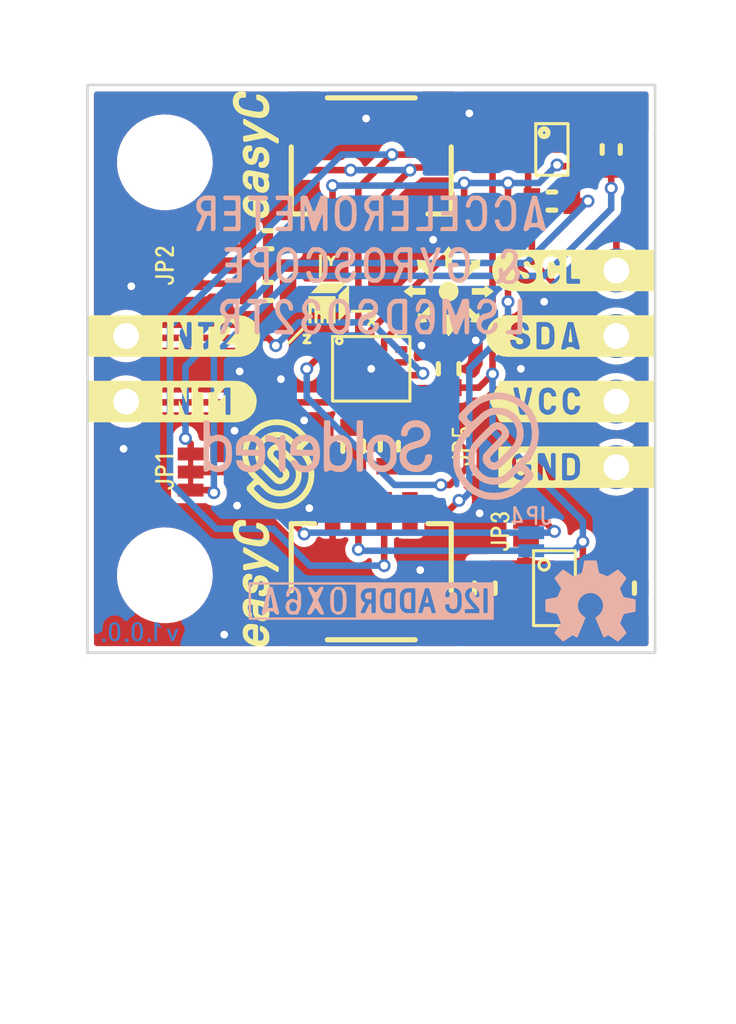
<source format=kicad_pcb>
(kicad_pcb (version 20210126) (generator pcbnew)
  (layers (0 "F.Cu" signal) (31 "B.Cu" signal) (34 "B.Paste" user) (35 "F.Paste" user) (36 "B.SilkS" user "B.Silkscreen") (37 "F.SilkS" user "F.Silkscreen") (38 "B.Mask" user) (39 "F.Mask" user) (44 "Edge.Cuts" user))
  (net 0 "")
  (net 1 "3V3")
  (net 2 "GND")
  (net 3 "Net-(C3-Pad2)")
  (net 4 "SDA_PULL5")
  (net 5 "5V")
  (net 6 "SCL_PULL5")
  (net 7 "SDA_PULL3,3")
  (net 8 "SCL_PULL3,3")
  (net 9 "SA0")
  (net 10 "SDA3,3")
  (net 11 "SCL3,3")
  (net 12 "SCL5")
  (net 13 "SDA5")
  (net 14 "INT1")
  (net 15 "INT2")
  (net 19 "Net-(JP5-Pad1)")
  (footprint "e-radionica.com footprinti:easyC-connector" (layer "F.Cu") (at 101 126.7 180)
    (fp_text reference "K1")
    (fp_text value "easyC-SMD")
    (pad "1" smd rect (at -1.5 2.15 180) (size 0.6 1.55) (layers "F.Cu" "F.Paste" "F.Mask") (net 11 "SCL3,3"))
    (pad "2" smd rect (at -0.5 2.15 180) (size 0.6 1.55) (layers "F.Cu" "F.Paste" "F.Mask") (net 10 "SDA3,3"))
    (pad "3" smd rect (at 0.5 2.15 180) (size 0.6 1.55) (layers "F.Cu" "F.Paste" "F.Mask") (net 1 "3V3"))
    (pad "4" smd rect (at 1.5 2.15 180) (size 0.6 1.55) (layers "F.Cu" "F.Paste" "F.Mask") (net 2 "GND"))
    (pad "5" smd rect (at 2.6 -2.15 180) (size 1.2 1.8) (layers "F.Cu" "F.Paste" "F.Mask") (net 2 "GND"))
    (pad "5" smd rect (at -2.6 -2.15 180) (size 1.2 1.8) (layers "F.Cu" "F.Paste" "F.Mask") (net 2 "GND"))
  )
  (footprint "e-radionica.com footprinti:SMD_JUMPER_3_PAD_TRACE" (layer "F.Cu") (at 94 123 90)
    (fp_text reference "JP1")
    (fp_text value "SMD_JUMPER_3_PAD_TRACE")
    (fp_poly (pts (xy -0.25 0.05) (xy -0.45 0.05) (xy -0.45 -0.05) (xy -0.25 -0.05)) (layer "F.Cu") (width 0.1) (fill solid))
    (fp_poly (pts (xy 0.45 0.05) (xy 0.25 0.05) (xy 0.25 -0.05) (xy 0.45 -0.05)) (layer "F.Cu") (width 0.1) (fill solid))
    (pad "1" smd rect (at -0.7 0 270) (size 0.5 1) (layers "F.Cu" "F.Mask") (net 6 "SCL_PULL5"))
    (pad "2" smd custom (at 0 0 270) (size 0.5 1) (layers "F.Cu" "F.Mask") (net 5 "5V") (options (clearance outline) (anchor rect)) (primitives))
    (pad "3" smd rect (at 0.7 0 270) (size 0.5 1) (layers "F.Cu" "F.Mask") (net 4 "SDA_PULL5"))
  )
  (footprint "Soldered Graphics:Logo-Front-easyC-5mm" (layer "F.Cu") (at 96.5 127.3 90)
    (fp_text reference "G***" hide)
    (fp_text value "LOGO" hide)
  )
  (footprint "e-radionica.com footprinti:HEADER_MALE_2X1" (layer "F.Cu") (at 91.5 119 -90)
    (fp_text reference "K4")
    (fp_text value "HEADER_MALE_2X1")
    (pad "1" thru_hole circle (at -1.27 0 270) (size 1.524 1.524) (drill 1) (layers *.Cu *.Mask) (net 15 "INT2"))
    (pad "2" thru_hole circle (at 1.27 0 270) (size 1.524 1.524) (drill 1) (layers *.Cu *.Mask) (net 14 "INT1"))
  )
  (footprint "e-radionica.com footprinti:LSM6DSO32TR" (layer "F.Cu") (at 101 119)
    (fp_text reference "U2")
    (fp_text value "LSM6DSO32TR")
    (pad "1" smd rect (at -1.1625 -0.75) (size 0.475 0.25) (layers "F.Cu" "F.Paste" "F.Mask") (net 9 "SA0"))
    (pad "2" smd rect (at -1.1625 -0.25) (size 0.475 0.25) (layers "F.Cu" "F.Paste" "F.Mask") (net 2 "GND"))
    (pad "3" smd rect (at -1.1625 0.25) (size 0.475 0.25) (layers "F.Cu" "F.Paste" "F.Mask") (net 2 "GND"))
    (pad "4" smd rect (at -1.1625 0.75) (size 0.475 0.25) (layers "F.Cu" "F.Paste" "F.Mask") (net 14 "INT1"))
    (pad "5" smd rect (at -0.5 0.9125 90) (size 0.475 0.25) (layers "F.Cu" "F.Paste" "F.Mask") (net 1 "3V3"))
    (pad "6" smd rect (at 0 0.9125 90) (size 0.475 0.25) (layers "F.Cu" "F.Paste" "F.Mask") (net 2 "GND"))
    (pad "7" smd rect (at 0.5 0.9125 90) (size 0.475 0.25) (layers "F.Cu" "F.Paste" "F.Mask") (net 2 "GND"))
    (pad "8" smd rect (at 1.1625 0.75 180) (size 0.475 0.25) (layers "F.Cu" "F.Paste" "F.Mask") (net 1 "3V3"))
    (pad "9" smd rect (at 1.1625 0.25 180) (size 0.475 0.25) (layers "F.Cu" "F.Paste" "F.Mask") (net 15 "INT2"))
    (pad "10" smd rect (at 1.1625 -0.25 180) (size 0.475 0.25) (layers "F.Cu" "F.Paste" "F.Mask"))
    (pad "11" smd rect (at 1.1625 -0.75 180) (size 0.475 0.25) (layers "F.Cu" "F.Paste" "F.Mask"))
    (pad "12" smd rect (at 0.5 -0.9125 270) (size 0.475 0.25) (layers "F.Cu" "F.Paste" "F.Mask") (net 1 "3V3"))
    (pad "13" smd rect (at 0 -0.9125 270) (size 0.475 0.25) (layers "F.Cu" "F.Paste" "F.Mask") (net 11 "SCL3,3"))
    (pad "14" smd rect (at -0.5 -0.9125 270) (size 0.475 0.25) (layers "F.Cu" "F.Paste" "F.Mask") (net 10 "SDA3,3"))
  )
  (footprint "e-radionica.com footprinti:FIDUCIAL_1MM_PASTE" (layer "F.Cu") (at 100 128)
    (fp_text reference "FD1")
    (fp_text value "Fiducial_Stencil")
    (pad "1" smd circle (at 0 0) (size 1 1) (property pad_prop_fiducial_glob) (layers "F.Cu" "F.Paste" "F.Mask"))
  )
  (footprint "e-radionica.com footprinti:easyC-connector" (layer "F.Cu") (at 101 111.3)
    (fp_text reference "K3")
    (fp_text value "easyC-SMD")
    (pad "1" smd rect (at -1.5 2.15) (size 0.6 1.55) (layers "F.Cu" "F.Paste" "F.Mask") (net 11 "SCL3,3"))
    (pad "2" smd rect (at -0.5 2.15) (size 0.6 1.55) (layers "F.Cu" "F.Paste" "F.Mask") (net 10 "SDA3,3"))
    (pad "3" smd rect (at 0.5 2.15) (size 0.6 1.55) (layers "F.Cu" "F.Paste" "F.Mask") (net 1 "3V3"))
    (pad "4" smd rect (at 1.5 2.15) (size 0.6 1.55) (layers "F.Cu" "F.Paste" "F.Mask") (net 2 "GND"))
    (pad "5" smd rect (at -2.6 -2.15) (size 1.2 1.8) (layers "F.Cu" "F.Paste" "F.Mask") (net 2 "GND"))
    (pad "5" smd rect (at 2.6 -2.15) (size 1.2 1.8) (layers "F.Cu" "F.Paste" "F.Mask") (net 2 "GND"))
  )
  (footprint "Soldered Graphics:Logo-Front-easyC-5mm" (layer "F.Cu") (at 96.5 110.7 90)
    (fp_text reference "G***" hide)
    (fp_text value "LOGO" hide)
  )
  (footprint "Soldered Graphics:Logo-Back-SolderedFULL-13mm" (layer "F.Cu") (at 101 122)
    (fp_text reference "REF**" hide)
    (fp_text value "Logo-Front-SolderedFULL-13mm" hide)
  )
  (footprint "buzzardLabel" (layer "F.Cu") (at 93 123 90)
    (fp_text reference "" (at 0 0 90) (layer "F.SilkS") (effects (font (size 1.27 1.27))))
    (fp_text value "" (at 0 0 90) (layer "F.SilkS") (effects (font (size 1.27 1.27))))
  )
  (footprint "e-radionica.com footprinti:0603R" (layer "F.Cu") (at 108 112.5 180)
    (fp_text reference "R2")
    (fp_text value "10k")
    (pad "1" smd rect (at -0.775 0 270) (size 1 0.64) (layers "F.Cu" "F.Paste" "F.Mask") (net 4 "SDA_PULL5"))
    (pad "2" smd rect (at 0.775 0 270) (size 1 0.64) (layers "F.Cu" "F.Paste" "F.Mask") (net 13 "SDA5"))
  )
  (footprint "buzzardLabel" (layer "F.Cu") (at 93 115 90)
    (fp_text reference "" (at 0 0 90) (layer "F.SilkS") (effects (font (size 1.27 1.27))))
    (fp_text value "" (at 0 0 90) (layer "F.SilkS") (effects (font (size 1.27 1.27))))
  )
  (footprint "buzzardLabel" (layer "F.Cu") (at 112.4 120.27)
    (fp_text reference "" (at 0 0) (layer "F.SilkS") (effects (font (size 1.27 1.27))))
    (fp_text value "" (at 0 0) (layer "F.SilkS") (effects (font (size 1.27 1.27))))
  )
  (footprint "e-radionica.com footprinti:0603C" (layer "F.Cu") (at 110.8 127.5 90)
    (fp_text reference "C4")
    (fp_text value "2.2uF")
    (pad "1" smd rect (at -0.73 0 90) (size 0.66 1) (layers "F.Cu" "F.Paste" "F.Mask") (net 2 "GND"))
    (pad "2" smd rect (at 0.73 0 90) (size 0.66 1) (layers "F.Cu" "F.Paste" "F.Mask") (net 1 "3V3"))
  )
  (footprint "e-radionica.com footprinti:HOLE_3.2mm" (layer "F.Cu") (at 93 111)
    (fp_text reference "H1" hide)
    (fp_text value "HOLE_3.2mm" hide)
    (pad "" np_thru_hole circle (at 0 0) (size 3.2 3.2) (drill 3.2) (layers F&B.Cu *.Mask))
  )
  (footprint "buzzardLabel" (layer "F.Cu") (at 112.4 115.19)
    (fp_text reference "" (at 0 0) (layer "F.SilkS") (effects (font (size 1.27 1.27))))
    (fp_text value "" (at 0 0) (layer "F.SilkS") (effects (font (size 1.27 1.27))))
  )
  (footprint "e-radionica.com footprinti:0603C" (layer "F.Cu") (at 105.4 127.5 90)
    (fp_text reference "C3")
    (fp_text value "2.2uF")
    (pad "1" smd rect (at -0.73 0 90) (size 0.66 1) (layers "F.Cu" "F.Paste" "F.Mask") (net 2 "GND"))
    (pad "2" smd rect (at 0.73 0 90) (size 0.66 1) (layers "F.Cu" "F.Paste" "F.Mask") (net 3 "Net-(C3-Pad2)"))
  )
  (footprint "e-radionica.com footprinti:0603R" (layer "F.Cu") (at 101.7 122 90)
    (fp_text reference "R5")
    (fp_text value "10k")
    (pad "1" smd rect (at -0.775 0 180) (size 1 0.64) (layers "F.Cu" "F.Paste" "F.Mask") (net 19 "Net-(JP5-Pad1)"))
    (pad "2" smd rect (at 0.775 0 180) (size 1 0.64) (layers "F.Cu" "F.Paste" "F.Mask") (net 1 "3V3"))
  )
  (footprint "e-radionica.com footprinti:SMD_JUMPER_3_PAD_CONNECTED_RIGHT" (layer "F.Cu") (at 103.5 122 90)
    (fp_text reference "JP5")
    (fp_text value "JUMPER_3_RIGHT")
    (pad "1" smd rect (at -0.7 0 270) (size 0.5 1) (layers "F.Cu" "F.Mask") (net 19 "Net-(JP5-Pad1)"))
    (pad "2" smd rect (at 0 0 270) (size 0.5 1) (layers "F.Cu" "F.Paste" "F.Mask") (net 9 "SA0"))
    (pad "3" smd rect (at 0.7 0 270) (size 0.5 1) (layers "F.Cu" "F.Paste" "F.Mask") (net 2 "GND"))
  )
  (footprint "e-radionica.com footprinti:SMD-JUMPER-CONNECTED_TRACE_NOSLODERMASK" (layer "F.Cu") (at 107 125.3 90)
    (fp_text reference "JP3")
    (fp_text value "SMD-JUMPER-CONNECTED_TRACE_NOSLODERMASK")
    (fp_poly (pts (xy 0.1 0.1) (xy -0.1 0.1) (xy -0.1 -0.1) (xy 0.1 -0.1)) (layer "F.Cu") (width 0.1) (fill solid))
    (pad "1" smd rect (at -0.35 0 90) (size 0.5 1) (layers "F.Cu") (net 3 "Net-(C3-Pad2)"))
    (pad "2" smd rect (at 0.35 0 90) (size 0.5 1) (layers "F.Cu") (net 5 "5V"))
  )
  (footprint "Soldered Graphics:Symbol-Front-Axis" (layer "F.Cu") (at 99.5 116.3)
    (fp_text reference "G***" hide)
    (fp_text value "LOGO" hide)
  )
  (footprint "buzzardLabel" (layer "F.Cu") (at 112.4 117.73)
    (fp_text reference "" (at 0 0) (layer "F.SilkS") (effects (font (size 1.27 1.27))))
    (fp_text value "" (at 0 0) (layer "F.SilkS") (effects (font (size 1.27 1.27))))
  )
  (footprint "e-radionica.com footprinti:SOT-23-5" (layer "F.Cu") (at 108.1 127.5)
    (fp_text reference "U3")
    (fp_text value "SE5218")
    (pad "1" smd rect (at -1.1 -0.95) (size 0.7 0.45) (layers "F.Cu" "F.Paste" "F.Mask") (net 3 "Net-(C3-Pad2)"))
    (pad "2" smd rect (at -1.1 0) (size 0.7 0.45) (layers "F.Cu" "F.Paste" "F.Mask") (net 2 "GND"))
    (pad "3" smd rect (at -1.1 0.95) (size 0.7 0.45) (layers "F.Cu" "F.Paste" "F.Mask") (net 3 "Net-(C3-Pad2)"))
    (pad "4" smd rect (at 1.1 0.95) (size 0.7 0.45) (layers "F.Cu" "F.Paste" "F.Mask"))
    (pad "5" smd rect (at 1.1 -0.95) (size 0.7 0.45) (layers "F.Cu" "F.Paste" "F.Mask") (net 1 "3V3"))
  )
  (footprint "buzzardLabel" (layer "F.Cu") (at 89.6 120.27)
    (fp_text reference "" (at 0 0) (layer "F.SilkS") (effects (font (size 1.27 1.27))))
    (fp_text value "" (at 0 0) (layer "F.SilkS") (effects (font (size 1.27 1.27))))
  )
  (footprint "e-radionica.com footprinti:SOT-363" (layer "F.Cu") (at 108 110.5)
    (fp_text reference "U1")
    (fp_text value "NMOS-DUAL")
    (pad "1" smd rect (at -0.92 -0.65 90) (size 0.3 0.66) (layers "F.Cu" "F.Paste" "F.Mask") (net 10 "SDA3,3"))
    (pad "2" smd rect (at -0.92 0 90) (size 0.3 0.66) (layers "F.Cu" "F.Paste" "F.Mask") (net 1 "3V3"))
    (pad "3" smd rect (at -0.92 0.65 90) (size 0.3 0.66) (layers "F.Cu" "F.Paste" "F.Mask") (net 13 "SDA5"))
    (pad "4" smd rect (at 0.92 0.65 90) (size 0.3 0.66) (layers "F.Cu" "F.Paste" "F.Mask") (net 11 "SCL3,3"))
    (pad "5" smd rect (at 0.92 0 90) (size 0.3 0.66) (layers "F.Cu" "F.Paste" "F.Mask") (net 1 "3V3"))
    (pad "6" smd rect (at 0.92 -0.65 90) (size 0.3 0.66) (layers "F.Cu" "F.Paste" "F.Mask") (net 12 "SCL5"))
  )
  (footprint "buzzardLabel" (layer "F.Cu") (at 112.4 122.81)
    (fp_text reference "" (at 0 0) (layer "F.SilkS") (effects (font (size 1.27 1.27))))
    (fp_text value "" (at 0 0) (layer "F.SilkS") (effects (font (size 1.27 1.27))))
  )
  (footprint "e-radionica.com footprinti:0603R" (layer "F.Cu") (at 110.3 110.5 -90)
    (fp_text reference "R3")
    (fp_text value "10k")
    (pad "1" smd rect (at -0.775 0) (size 1 0.64) (layers "F.Cu" "F.Paste" "F.Mask") (net 12 "SCL5"))
    (pad "2" smd rect (at 0.775 0) (size 1 0.64) (layers "F.Cu" "F.Paste" "F.Mask") (net 6 "SCL_PULL5"))
  )
  (footprint "e-radionica.com footprinti:0603C" (layer "F.Cu") (at 104 119 -90)
    (fp_text reference "C2")
    (fp_text value "0.1uF")
    (pad "1" smd rect (at -0.73 0 270) (size 0.66 1) (layers "F.Cu" "F.Paste" "F.Mask") (net 2 "GND"))
    (pad "2" smd rect (at 0.73 0 270) (size 0.66 1) (layers "F.Cu" "F.Paste" "F.Mask") (net 1 "3V3"))
  )
  (footprint "Soldered Graphics:Symbol-Front-Movement" (layer "F.Cu") (at 104 116)
    (fp_text reference "G***" hide)
    (fp_text value "LOGO" hide)
  )
  (footprint "e-radionica.com footprinti:HEADER_MALE_4X1" (layer "F.Cu") (at 110.5 119 90)
    (fp_text reference "K2")
    (fp_text value "HEADER_MALE_4X1")
    (pad "1" thru_hole circle (at -3.81 0 90) (size 1.7 1.7) (drill 1) (layers *.Cu *.Mask) (net 2 "GND"))
    (pad "2" thru_hole circle (at -1.27 0 90) (size 1.7 1.7) (drill 1) (layers *.Cu *.Mask) (net 5 "5V"))
    (pad "3" thru_hole circle (at 1.27 0 90) (size 1.7 1.7) (drill 1) (layers *.Cu *.Mask) (net 13 "SDA5"))
    (pad "4" thru_hole circle (at 3.81 0 90) (size 1.7 1.7) (drill 1) (layers *.Cu *.Mask) (net 12 "SCL5"))
  )
  (footprint "e-radionica.com footprinti:SMD_JUMPER_3_PAD_TRACE" (layer "F.Cu") (at 94 115 -90)
    (fp_text reference "JP2")
    (fp_text value "SMD_JUMPER_3_PAD_TRACE")
    (fp_poly (pts (xy -0.25 0.05) (xy -0.45 0.05) (xy -0.45 -0.05) (xy -0.25 -0.05)) (layer "F.Cu") (width 0.1) (fill solid))
    (fp_poly (pts (xy 0.45 0.05) (xy 0.25 0.05) (xy 0.25 -0.05) (xy 0.45 -0.05)) (layer "F.Cu") (width 0.1) (fill solid))
    (pad "1" smd rect (at -0.7 0 90) (size 0.5 1) (layers "F.Cu" "F.Mask") (net 8 "SCL_PULL3,3"))
    (pad "2" smd custom (at 0 0 90) (size 0.5 1) (layers "F.Cu" "F.Mask") (net 1 "3V3") (options (clearance outline) (anchor rect)) (primitives))
    (pad "3" smd rect (at 0.7 0 90) (size 0.5 1) (layers "F.Cu" "F.Mask") (net 7 "SDA_PULL3,3"))
  )
  (footprint "e-radionica.com footprinti:0603R" (layer "F.Cu") (at 97 114 180)
    (fp_text reference "R4")
    (fp_text value "10k")
    (pad "1" smd rect (at -0.775 0 270) (size 1 0.64) (layers "F.Cu" "F.Paste" "F.Mask") (net 11 "SCL3,3"))
    (pad "2" smd rect (at 0.775 0 270) (size 1 0.64) (layers "F.Cu" "F.Paste" "F.Mask") (net 8 "SCL_PULL3,3"))
  )
  (footprint "buzzardLabel" (layer "F.Cu") (at 104.5 122 90)
    (fp_text reference "" (at 0 0 90) (layer "F.SilkS") (effects (font (size 1.27 1.27))))
    (fp_text value "" (at 0 0 90) (layer "F.SilkS") (effects (font (size 1.27 1.27))))
  )
  (footprint "Soldered Graphics:Logo-Front-Soldered-3.5mm" (layer "F.Cu") (at 97.4 122.7)
    (fp_text reference "G***" hide)
    (fp_text value "LOGO" hide)
  )
  (footprint "buzzardLabel" (layer "F.Cu") (at 89.6 117.73)
    (fp_text reference "" (at 0 0) (layer "F.SilkS") (effects (font (size 1.27 1.27))))
    (fp_text value "" (at 0 0) (layer "F.SilkS") (effects (font (size 1.27 1.27))))
  )
  (footprint "e-radionica.com footprinti:0603C" (layer "F.Cu") (at 100.3 122 90)
    (fp_text reference "C1")
    (fp_text value "0.1uF")
    (pad "1" smd rect (at -0.73 0 90) (size 0.66 1) (layers "F.Cu" "F.Paste" "F.Mask") (net 2 "GND"))
    (pad "2" smd rect (at 0.73 0 90) (size 0.66 1) (layers "F.Cu" "F.Paste" "F.Mask") (net 1 "3V3"))
  )
  (footprint "e-radionica.com footprinti:HOLE_3.2mm" (layer "F.Cu") (at 93 127)
    (fp_text reference "H2" hide)
    (fp_text value "HOLE_3.2mm" hide)
    (pad "" np_thru_hole circle (at 0 0) (size 3.2 3.2) (drill 3.2) (layers F&B.Cu *.Mask))
  )
  (footprint "e-radionica.com footprinti:0603R" (layer "F.Cu") (at 97 116)
    (fp_text reference "R1")
    (fp_text value "10k")
    (pad "1" smd rect (at -0.775 0 90) (size 1 0.64) (layers "F.Cu" "F.Paste" "F.Mask") (net 7 "SDA_PULL3,3"))
    (pad "2" smd rect (at 0.775 0 90) (size 1 0.64) (layers "F.Cu" "F.Paste" "F.Mask") (net 10 "SDA3,3"))
  )
  (footprint "buzzardLabel" (layer "F.Cu") (at 106 125.3 90)
    (fp_text reference "" (at 0 0 90) (layer "F.SilkS") (effects (font (size 1.27 1.27))))
    (fp_text value "" (at 0 0 90) (layer "F.SilkS") (effects (font (size 1.27 1.27))))
  )
  (footprint "Soldered Graphics:Logo-Back-OSH-3.5mm" (layer "F.Cu") (at 109.5 128)
    (fp_text reference "G***" hide)
    (fp_text value "LOGO" hide)
  )
  (footprint "e-radionica.com footprinti:SMD_JUMPER" (layer "B.Cu") (at 107.2 125.7 -90)
    (fp_text reference "JP4")
    (fp_text value "SMD_JUMPER")
    (pad "1" smd rect (at -0.35 0 270) (size 0.5 1) (layers "B.Cu" "B.Mask") (net 5 "5V"))
    (pad "2" smd rect (at 0.35 0 270) (size 0.5 1) (layers "B.Cu" "B.Mask") (net 1 "3V3"))
  )
  (footprint "buzzardLabel" (layer "B.Cu") (at 98.4 128 180)
    (fp_text reference "" (at 0 0) (layer "B.SilkS") (effects (font (size 1.27 1.27)) (justify mirror)))
    (fp_text value "" (at 0 0) (layer "B.SilkS") (effects (font (size 1.27 1.27)) (justify mirror)))
  )
  (footprint "Soldered Graphics:Symbol-Front-I2C-ADDR-Field" (layer "B.Cu") (at 101 128 180)
    (fp_text reference "REF**" hide)
    (fp_text value "Symbol-Front-I2C-ADDR-Field" hide)
  )
  (footprint "buzzardLabel" (layer "B.Cu") (at 101 117 180)
    (fp_text reference "" (at 0 0) (layer "B.SilkS") (effects (font (size 1.27 1.27)) (justify mirror)))
    (fp_text value "" (at 0 0) (layer "B.SilkS") (effects (font (size 1.27 1.27)) (justify mirror)))
  )
  (footprint "buzzardLabel" (layer "B.Cu") (at 107.2 124.7 180)
    (fp_text reference "" (at 0 0) (layer "B.SilkS") (effects (font (size 1.27 1.27)) (justify mirror)))
    (fp_text value "" (at 0 0) (layer "B.SilkS") (effects (font (size 1.27 1.27)) (justify mirror)))
  )
  (footprint "Soldered Graphics:Version1.0.0." (layer "B.Cu") (at 92 129.2 180)
    (fp_text reference "" (at 0 0) (layer "B.SilkS") (effects (font (size 1.27 1.27)) (justify mirror)))
    (fp_text value "" (at 0 0) (layer "B.SilkS") (effects (font (size 1.27 1.27)) (justify mirror)))
    (fp_poly (pts (xy -0.67 -0.35) (xy -0.62 -0.35) (xy -0.6 -0.31) (xy -0.6 0.35) (xy -0.64 0.38) (xy -0.69 0.38) (xy -0.73 0.34) (xy -0.84 0.22) (xy -0.86 0.17) (xy -0.83 0.16) (xy -0.73 0.22) (xy -0.69 0.23) (xy -0.69 -0.31) (xy -0.67 -0.35)) (layer "B.Cu") (width 0.01) (fill solid))
    (fp_poly (pts (xy 0.43 -0.38) (xy 0.48 -0.38) (xy 0.54 -0.37) (xy 0.54 -0.33) (xy 0.54 -0.27) (xy 0.5 -0.26) (xy 0.45 -0.26) (xy 0.42 -0.29) (xy 0.42 -0.34) (xy 0.43 -0.38)) (layer "B.Cu") (width 0.01) (fill solid))
    (fp_poly (pts (xy 0.06 -0.35) (xy 0.11 -0.35) (xy 0.17 -0.33) (xy 0.13 -0.28) (xy 0.03 -0.28) (xy -0.01 -0.25) (xy -0.03 -0.2) (xy -0.05 -0.15) (xy -0.05 -0.11) (xy -0.05 0.01) (xy -0.05 0.13) (xy -0.05 0.17) (xy -0.03 0.22) (xy -0.01 0.27) (xy 0.02 0.3) (xy 0.13 0.3) (xy 0.16 0.26) (xy 0.18 0.21) (xy 0.18 0.15) (xy 0.19 0.05) (xy 0.19 -0.08) (xy 0.19 -0.12) (xy 0.18 -0.17) (xy 0.16 -0.22) (xy 0.14 -0.27) (xy 0.14 -0.28) (xy 0.17 -0.32) (xy 0.21 -0.29) (xy 0.24 -0.26) (xy 0.26 -0.22) (xy 0.27 -0.16) (xy 0.28 -0.11) (xy 0.28 -0.06) (xy 0.28 0.06) (xy 0.28 0.12) (xy 0.27 0.17) (xy 0.26 0.22) (xy 0.25 0.27) (xy 0.22 0.3) (xy 0.19 0.34) (xy 0.13 0.37) (xy 0.08 0.38) (xy 0.02 0.38) (xy -0.03 0.35) (xy -0.08 0.31) (xy -0.1 0.28) (xy -0.12 0.23) (xy -0.14 0.18) (xy -0.14 0.13) (xy -0.15 0.08) (xy -0.15 -0.04) (xy -0.14 -0.1) (xy -0.14 -0.14) (xy -0.13 -0.2) (xy -0.11 -0.25) (xy -0.08 -0.28) (xy -0.05 -0.32) (xy 0.01 -0.35) (xy 0.06 -0.35)) (layer "B.Cu") (width 0.01) (fill solid))
    (fp_poly (pts (xy -0.44 -0.38) (xy -0.39 -0.38) (xy -0.34 -0.37) (xy -0.34 -0.33) (xy -0.34 -0.27) (xy -0.38 -0.26) (xy -0.43 -0.26) (xy -0.46 -0.29) (xy -0.46 -0.34) (xy -0.44 -0.38)) (layer "B.Cu") (width 0.01) (fill solid))
    (fp_poly (pts (xy 0.93 -0.35) (xy 0.99 -0.35) (xy 1.04 -0.33) (xy 1.01 -0.28) (xy 0.91 -0.28) (xy 0.87 -0.25) (xy 0.85 -0.2) (xy 0.83 -0.15) (xy 0.83 -0.11) (xy 0.82 0.01) (xy 0.83 0.13) (xy 0.83 0.17) (xy 0.84 0.22) (xy 0.87 0.27) (xy 0.9 0.3) (xy 1.01 0.3) (xy 1.04 0.26) (xy 1.05 0.21) (xy 1.06 0.15) (xy 1.07 0.05) (xy 1.07 -0.08) (xy 1.06 -0.12) (xy 1.06 -0.17) (xy 1.04 -0.22) (xy 1.02 -0.27) (xy 1.01 -0.28) (xy 1.05 -0.32) (xy 1.09 -0.29) (xy 1.12 -0.26) (xy 1.14 -0.22) (xy 1.15 -0.16) (xy 1.16 -0.11) (xy 1.16 -0.06) (xy 1.16 0.06) (xy 1.16 0.12) (xy 1.15 0.17) (xy 1.14 0.22) (xy 1.13 0.27) (xy 1.1 0.3) (xy 1.06 0.34) (xy 1.01 0.37) (xy 0.95 0.38) (xy 0.9 0.38) (xy 0.84 0.35) (xy 0.8 0.31) (xy 0.78 0.28) (xy 0.75 0.23) (xy 0.74 0.18) (xy 0.74 0.13) (xy 0.73 0.08) (xy 0.73 -0.04) (xy 0.73 -0.1) (xy 0.74 -0.14) (xy 0.75 -0.2) (xy 0.77 -0.25) (xy 0.79 -0.28) (xy 0.83 -0.32) (xy 0.89 -0.35) (xy 0.93 -0.35)) (layer "B.Cu") (width 0.01) (fill solid))
    (fp_poly (pts (xy 1.31 -0.38) (xy 1.36 -0.38) (xy 1.41 -0.37) (xy 1.42 -0.33) (xy 1.42 -0.27) (xy 1.38 -0.26) (xy 1.33 -0.26) (xy 1.3 -0.29) (xy 1.3 -0.34) (xy 1.31 -0.38)) (layer "B.Cu") (width 0.01) (fill solid))
    (fp_poly (pts (xy -1.33 -0.35) (xy -1.27 -0.35) (xy -1.25 -0.31) (xy -1.09 0.1) (xy -1.11 0.13) (xy -1.16 0.13) (xy -1.19 0.1) (xy -1.28 -0.16) (xy -1.3 -0.21) (xy -1.32 -0.17) (xy -1.41 0.09) (xy -1.44 0.13) (xy -1.49 0.13) (xy -1.51 0.1) (xy -1.36 -0.31) (xy -1.33 -0.35)) (layer "B.Cu") (width 0.01) (fill solid))
  )
  (footprint "buzzardLabel" (layer "B.Cu") (at 101 115 180)
    (fp_text reference "" (at 0 0) (layer "B.SilkS") (effects (font (size 1.27 1.27)) (justify mirror)))
    (fp_text value "" (at 0 0) (layer "B.SilkS") (effects (font (size 1.27 1.27)) (justify mirror)))
  )
  (footprint "buzzardLabel" (layer "B.Cu") (at 101 113 180)
    (fp_text reference "" (at 0 0) (layer "B.SilkS") (effects (font (size 1.27 1.27)) (justify mirror)))
    (fp_text value "" (at 0 0) (layer "B.SilkS") (effects (font (size 1.27 1.27)) (justify mirror)))
  )
  (gr_line (start 112 108) (end 112 130) (layer "Edge.Cuts") (width 0.1))
  (gr_line (start 90 108) (end 112 108) (layer "Edge.Cuts") (width 0.1))
  (gr_line (start 112 130) (end 90 130) (layer "Edge.Cuts") (width 0.1))
  (gr_line (start 90 130) (end 90 108) (layer "Edge.Cuts") (width 0.1))
  (segment (start 102.1625 119.75) (end 103.15 119.75) (width 0.254) (layer "F.Cu") (net 1))
  (segment (start 101.5 112.3) (end 101.5 113.45) (width 0.254) (layer "F.Cu") (net 1))
  (segment (start 103.15 119.75) (end 103.98 119.75) (width 0.254) (layer "F.Cu") (net 1))
  (segment (start 105.3 111.2) (end 106 110.5) (width 0.254) (layer "F.Cu") (net 1))
  (segment (start 102.5 111.3) (end 102.6 111.2) (width 0.254) (layer "F.Cu") (net 1))
  (segment (start 105.7 119.2) (end 105.17 119.73) (width 0.254) (layer "F.Cu") (net 1))
  (segment (start 105.7 119.2) (end 105.7 117.3) (width 0.254) (layer "F.Cu") (net 1))
  (segment (start 92.7 114.8) (end 92.9 115) (width 0.254) (layer "F.Cu") (net 1))
  (segment (start 100.345 121.225) (end 100.3 121.27) (width 0.254) (layer "F.Cu") (net 1))
  (segment (start 102.5 111.3) (end 101.5 112.3) (width 0.254) (layer "F.Cu") (net 1))
  (segment (start 100.5 121.07) (end 100.3 121.27) (width 0.254) (layer "F.Cu") (net 1))
  (segment (start 101.5 117.9) (end 103.2 116.2) (width 0.254) (layer "F.Cu") (net 1))
  (segment (start 105.7 117.3) (end 105.7 110.8) (width 0.254) (layer "F.Cu") (net 1))
  (segment (start 100.5 119.9125) (end 100.5 121.07) (width 0.254) (layer "F.Cu") (net 1))
  (segment (start 109.2 126.55) (end 109.2 125.7) (width 0.254) (layer "F.Cu") (net 1))
  (segment (start 93.3 113.5) (end 92.7 114.1) (width 0.254) (layer "F.Cu") (net 1))
  (segment (start 104.6 116.2) (end 105.4 117) (width 0.254) (layer "F.Cu") (net 1))
  (segment (start 101.5 118.0875) (end 101.5 117.9) (width 0.254) (layer "F.Cu") (net 1))
  (segment (start 101.7 121.225) (end 101.875 121.225) (width 0.254) (layer "F.Cu") (net 1))
  (segment (start 96.9 111.3) (end 94.7 113.5) (width 0.254) (layer "F.Cu") (net 1))
  (segment (start 103.98 119.75) (end 104 119.73) (width 0.254) (layer "F.Cu") (net 1))
  (segment (start 105.17 119.73) (end 104 119.73) (width 0.254) (layer "F.Cu") (net 1))
  (segment (start 102.6 111.2) (end 105.3 111.2) (width 0.254) (layer "F.Cu") (net 1))
  (segment (start 105.7 117.3) (end 105.4 117) (width 0.254) (layer "F.Cu") (net 1))
  (segment (start 110.8 126.77) (end 109.42 126.77) (width 0.254) (layer "F.Cu") (net 1))
  (segment (start 101.7 121.225) (end 100.345 121.225) (width 0.254) (layer "F.Cu") (net 1))
  (segment (start 100.5 126) (end 100.5 124.55) (width 0.254) (layer "F.Cu") (net 1))
  (segment (start 100.2 111.3) (end 96.9 111.3) (width 0.254) (layer "F.Cu") (net 1))
  (segment (start 94.7 113.5) (end 93.3 113.5) (width 0.254) (layer "F.Cu") (net 1))
  (segment (start 106 110.5) (end 107.08 110.5) (width 0.254) (layer "F.Cu") (net 1))
  (segment (start 92.9 115) (end 94 115) (width 0.254) (layer "F.Cu") (net 1))
  (segment (start 92.7 114.1) (end 92.7 114.8) (width 0.254) (layer "F.Cu") (net 1))
  (segment (start 107.08 110.5) (end 108.92 110.5) (width 0.254) (layer "F.Cu") (net 1))
  (segment (start 101.7 121.1) (end 103.05 119.75) (width 0.254) (layer "F.Cu") (net 1))
  (segment (start 109.42 126.77) (end 109.2 126.55) (width 0.254) (layer "F.Cu") (net 1))
  (segment (start 101.7 121.225) (end 101.7 121.1) (width 0.254) (layer "F.Cu") (net 1))
  (segment (start 103.2 116.2) (end 104.6 116.2) (width 0.254) (layer "F.Cu") (net 1))
  (via (at 102.5 111.3) (size 0.5) (drill 0.3) (layers "F.Cu" "B.Cu") (net 1))
  (via (at 100.5 126) (size 0.5) (drill 0.3) (layers "F.Cu" "B.Cu") (net 1))
  (via (at 105.7 119.2) (size 0.5) (drill 0.3) (layers "F.Cu" "B.Cu") (net 1))
  (via (at 109.2 125.7) (size 0.5) (drill 0.3) (layers "F.Cu" "B.Cu") (net 1))
  (via (at 100.2 111.3) (size 0.5) (drill 0.3) (layers "F.Cu" "B.Cu") (net 1))
  (segment (start 109.2 124.9) (end 109.2 125.7) (width 0.254) (layer "B.Cu") (net 1))
  (segment (start 109.2 125.7) (end 108.85 126.05) (width 0.254) (layer "B.Cu") (net 1))
  (segment (start 100.2 111.3) (end 102.5 111.3) (width 0.254) (layer "B.Cu") (net 1))
  (segment (start 105.7 121.4) (end 109.2 124.9) (width 0.254) (layer "B.Cu") (net 1))
  (segment (start 105.7 119.2) (end 105.7 121.4) (width 0.254) (layer "B.Cu") (net 1))
  (segment (start 100.55 126.05) (end 107.2 126.05) (width 0.254) (layer "B.Cu") (net 1))
  (segment (start 108.85 126.05) (end 107.2 126.05) (width 0.254) (layer "B.Cu") (net 1))
  (segment (start 100.5 126) (end 100.55 126.05) (width 0.254) (layer "B.Cu") (net 1))
  (via (at 95.7 121.4) (size 0.5) (drill 0.3) (layers "F.Cu" "B.Cu") (net 2))
  (via (at 97.5 119.4) (size 0.5) (drill 0.3) (layers "F.Cu" "B.Cu") (net 2))
  (via (at 103.4 114) (size 0.5) (drill 0.3) (layers "F.Cu" "B.Cu") (net 2))
  (via (at 107.7 116.4) (size 0.5) (drill 0.3) (layers "F.Cu" "B.Cu") (net 2))
  (via (at 98.4 121) (size 0.5) (drill 0.3) (layers "F.Cu" "B.Cu") (net 2))
  (via (at 102.95 118.1) (size 0.5) (drill 0.3) (layers "F.Cu" "B.Cu") (net 2))
  (via (at 101 119) (size 0.5) (drill 0.3) (layers "F.Cu" "B.Cu") (net 2))
  (via (at 105.05 117.9) (size 0.5) (drill 0.3) (layers "F.Cu" "B.Cu") (net 2))
  (via (at 95.8 124.3) (size 0.5) (drill 0.3) (layers "F.Cu" "B.Cu") (net 2))
  (via (at 95.9 119.1) (size 0.5) (drill 0.3) (layers "F.Cu" "B.Cu") (net 2))
  (via (at 100.8 109.3) (size 0.5) (drill 0.3) (layers "F.Cu" "B.Cu") (net 2))
  (via (at 104.8 109.1) (size 0.5) (drill 0.3) (layers "F.Cu" "B.Cu") (net 2))
  (via (at 95.3 129.3) (size 0.5) (drill 0.3) (layers "F.Cu" "B.Cu") (net 2))
  (via (at 106.8 119) (size 0.5) (drill 0.3) (layers "F.Cu" "B.Cu") (net 2))
  (via (at 91.7 115.8) (size 0.5) (drill 0.3) (layers "F.Cu" "B.Cu") (net 2))
  (via (at 102.9 126.8) (size 0.5) (drill 0.3) (layers "F.Cu" "B.Cu") (net 2))
  (via (at 105.2 124.6) (size 0.5) (drill 0.3) (layers "F.Cu" "B.Cu") (net 2))
  (via (at 91.4 122.1) (size 0.5) (drill 0.3) (layers "F.Cu" "B.Cu") (net 2))
  (via (at 98.6 124.4) (size 0.5) (drill 0.3) (layers "F.Cu" "B.Cu") (net 2))
  (segment (start 108.05 126.55) (end 108.7 127.2) (width 0.254) (layer "F.Cu") (net 3))
  (segment (start 107 126.55) (end 108.05 126.55) (width 0.254) (layer "F.Cu") (net 3))
  (segment (start 108.7 127.2) (end 108.7 127.9) (width 0.254) (layer "F.Cu") (net 3))
  (segment (start 107 126.55) (end 105.62 126.55) (width 0.254) (layer "F.Cu") (net 3))
  (segment (start 108.7 127.9) (end 108.15 128.45) (width 0.254) (layer "F.Cu") (net 3))
  (segment (start 107 125.65) (end 107 126.55) (width 0.254) (layer "F.Cu") (net 3))
  (segment (start 108.15 128.45) (end 107 128.45) (width 0.254) (layer "F.Cu") (net 3))
  (segment (start 105.62 126.55) (end 105.4 126.77) (width 0.254) (layer "F.Cu") (net 3))
  (segment (start 94 122.3) (end 94 121.9) (width 0.254) (layer "F.Cu") (net 4))
  (segment (start 109.4 112.5) (end 108.775 112.5) (width 0.254) (layer "F.Cu") (net 4))
  (segment (start 94 121.9) (end 93.8 121.7) (width 0.254) (layer "F.Cu") (net 4))
  (via (at 109.4 112.5) (size 0.5) (drill 0.3) (layers "F.Cu" "B.Cu") (net 4))
  (via (at 93.8 121.7) (size 0.5) (drill 0.3) (layers "F.Cu" "B.Cu") (net 4))
  (segment (start 93.8 118.9) (end 97.8 114.9) (width 0.254) (layer "B.Cu") (net 4))
  (segment (start 93.8 121.7) (end 93.8 118.9) (width 0.254) (layer "B.Cu") (net 4))
  (segment (start 107 114.9) (end 109.4 112.5) (width 0.254) (layer "B.Cu") (net 4))
  (segment (start 97.8 114.9) (end 107 114.9) (width 0.254) (layer "B.Cu") (net 4))
  (segment (start 107 124.95) (end 107 122.5) (width 0.254) (layer "F.Cu") (net 5))
  (segment (start 109.23 120.27) (end 110.5 120.27) (width 0.254) (layer "F.Cu") (net 5))
  (segment (start 94 123) (end 96 123) (width 0.254) (layer "F.Cu") (net 5))
  (segment (start 107.75 124.95) (end 107 124.95) (width 0.254) (layer "F.Cu") (net 5))
  (segment (start 108.1 125.3) (end 107.75 124.95) (width 0.254) (layer "F.Cu") (net 5))
  (segment (start 96 123) (end 98.4 125.4) (width 0.254) (layer "F.Cu") (net 5))
  (segment (start 107 122.5) (end 109.23 120.27) (width 0.254) (layer "F.Cu") (net 5))
  (via (at 108.1 125.3) (size 0.5) (drill 0.3) (layers "F.Cu" "B.Cu") (net 5))
  (via (at 98.4 125.4) (size 0.5) (drill 0.3) (layers "F.Cu" "B.Cu") (net 5))
  (segment (start 108.05 125.35) (end 107.2 125.35) (width 0.254) (layer "B.Cu") (net 5))
  (segment (start 108.1 125.3) (end 108.05 125.35) (width 0.254) (layer "B.Cu") (net 5))
  (segment (start 103.35 125.35) (end 107.2 125.35) (width 0.254) (layer "B.Cu") (net 5))
  (segment (start 98.45 125.35) (end 98.4 125.4) (width 0.254) (layer "B.Cu") (net 5))
  (segment (start 103.35 125.35) (end 98.45 125.35) (width 0.254) (layer "B.Cu") (net 5))
  (segment (start 94 123.7) (end 94.8 123.7) (width 0.254) (layer "F.Cu") (net 6))
  (segment (start 94.8 123.7) (end 94.9 123.8) (width 0.254) (layer "F.Cu") (net 6))
  (segment (start 110.3 112) (end 110.3 111.275) (width 0.254) (layer "F.Cu") (net 6))
  (via (at 94.9 123.8) (size 0.5) (drill 0.3) (layers "F.Cu" "B.Cu") (net 6))
  (via (at 110.3 112) (size 0.5) (drill 0.3) (layers "F.Cu" "B.Cu") (net 6))
  (segment (start 110.2 112.9) (end 110.3 112.8) (width 0.254) (layer "B.Cu") (net 6))
  (segment (start 107.7 115.4) (end 110.2 112.9) (width 0.254) (layer "B.Cu") (net 6))
  (segment (start 98 115.4) (end 100.5 115.4) (width 0.254) (layer "B.Cu") (net 6))
  (segment (start 94.9 123.8) (end 94.9 118.5) (width 0.254) (layer "B.Cu") (net 6))
  (segment (start 94.9 118.5) (end 95.8 117.6) (width 0.254) (layer "B.Cu") (net 6))
  (segment (start 110.3 112.8) (end 110.3 112) (width 0.254) (layer "B.Cu") (net 6))
  (segment (start 100.5 115.4) (end 107.7 115.4) (width 0.254) (layer "B.Cu") (net 6))
  (segment (start 95.8 117.6) (end 98 115.4) (width 0.254) (layer "B.Cu") (net 6))
  (segment (start 94 115.7) (end 95.925 115.7) (width 0.254) (layer "F.Cu") (net 7))
  (segment (start 95.925 115.7) (end 96.225 116) (width 0.254) (layer "F.Cu") (net 7))
  (segment (start 95.925 114.3) (end 96.225 114) (width 0.254) (layer "F.Cu") (net 8))
  (segment (start 94 114.3) (end 95.925 114.3) (width 0.254) (layer "F.Cu") (net 8))
  (segment (start 104.03862 123.5) (end 104.7 122.83862) (width 0.254) (layer "F.Cu") (net 9))
  (segment (start 98.5 119) (end 99.25 118.25) (width 0.254) (layer "F.Cu") (net 9))
  (segment (start 99.25 118.25) (end 99.8375 118.25) (width 0.254) (layer "F.Cu") (net 9))
  (segment (start 104.7 122.83862) (end 104.7 122.2) (width 0.254) (layer "F.Cu") (net 9))
  (segment (start 104.7 122.2) (end 104.5 122) (width 0.254) (layer "F.Cu") (net 9))
  (segment (start 103.7 123.5) (end 104.03862 123.5) (width 0.254) (layer "F.Cu") (net 9))
  (segment (start 104.5 122) (end 103.5 122) (width 0.254) (layer "F.Cu") (net 9))
  (via (at 98.5 119) (size 0.5) (drill 0.3) (layers "F.Cu" "B.Cu") (net 9))
  (via (at 103.7 123.5) (size 0.5) (drill 0.3) (layers "F.Cu" "B.Cu") (net 9))
  (segment (start 101.9 123.5) (end 98.5 120.1) (width 0.254) (layer "B.Cu") (net 9))
  (segment (start 98.5 120.1) (end 98.5 119) (width 0.254) (layer "B.Cu") (net 9))
  (segment (start 103.7 123.5) (end 101.9 123.5) (width 0.254) (layer "B.Cu") (net 9))
  (segment (start 100.5 116.5) (end 100.5 113.45) (width 0.254) (layer "F.Cu") (net 10))
  (segment (start 100 116) (end 100.5 116.5) (width 0.254) (layer "F.Cu") (net 10))
  (segment (start 104.55 110.7) (end 105.4 109.85) (width 0.254) (layer "F.Cu") (net 10))
  (segment (start 101.8 110.7) (end 104.55 110.7) (width 0.254) (layer "F.Cu") (net 10))
  (segment (start 100.5 112) (end 100.5 113.45) (width 0.254) (layer "F.Cu") (net 10))
  (segment (start 101.5 124.55) (end 101.5 126.627) (width 0.254) (layer "F.Cu") (net 10))
  (segment (start 101.8 110.7) (end 100.5 112) (width 0.254) (layer "F.Cu") (net 10))
  (segment (start 97.775 116) (end 100 116) (width 0.254) (layer "F.Cu") (net 10))
  (segment (start 100.5 118.0875) (end 100.5 116.5) (width 0.254) (layer "F.Cu") (net 10))
  (segment (start 105.4 109.85) (end 107.08 109.85) (width 0.254) (layer "F.Cu") (net 10))
  (via (at 101.8 110.7) (size 0.5) (drill 0.3) (layers "F.Cu" "B.Cu") (net 10))
  (via (at 101.5 126.627) (size 0.5) (drill 0.3) (layers "F.Cu" "B.Cu") (net 10))
  (segment (start 93.2 117.346023) (end 93.2 123.4) (width 0.254) (layer "B.Cu") (net 10))
  (segment (start 99.846023 110.7) (end 93.2 117.346023) (width 0.254) (layer "B.Cu") (net 10))
  (segment (start 101.8 110.7) (end 99.846023 110.7) (width 0.254) (layer "B.Cu") (net 10))
  (segment (start 98.627 126.627) (end 101.5 126.627) (width 0.254) (layer "B.Cu") (net 10))
  (segment (start 97.2 125.2) (end 98.627 126.627) (width 0.254) (layer "B.Cu") (net 10))
  (segment (start 95 125.2) (end 97.2 125.2) (width 0.254) (layer "B.Cu") (net 10))
  (segment (start 93.2 123.4) (end 95 125.2) (width 0.254) (layer "B.Cu") (net 10))
  (segment (start 98.95 114) (end 99.5 113.45) (width 0.254) (layer "F.Cu") (net 11))
  (segment (start 97.775 114) (end 98.95 114) (width 0.254) (layer "F.Cu") (net 11))
  (segment (start 104.6 113.9) (end 101 117.5) (width 0.254) (layer "F.Cu") (net 11))
  (segment (start 108.25 111.15) (end 108.2 111.1) (width 0.254) (layer "F.Cu") (net 11))
  (segment (start 103.95 124.55) (end 102.5 124.55) (width 0.254) (layer "F.Cu") (net 11))
  (segment (start 106.3 111.8) (end 106.3 116.4) (width 0.254) (layer "F.Cu") (net 11))
  (segment (start 104.6 111.8) (end 104.6 113.9) (width 0.254) (layer "F.Cu") (net 11))
  (segment (start 99.5 111.9) (end 99.5 113.45) (width 0.254) (layer "F.Cu") (net 11))
  (segment (start 108.92 111.15) (end 108.25 111.15) (width 0.254) (layer "F.Cu") (net 11))
  (segment (start 101 117.5) (end 101 118.0875) (width 0.254) (layer "F.Cu") (net 11))
  (segment (start 104.4 124.1) (end 103.95 124.55) (width 0.254) (layer "F.Cu") (net 11))
  (via (at 106.3 116.4) (size 0.5) (drill 0.3) (layers "F.Cu" "B.Cu") (net 11))
  (via (at 99.5 111.9) (size 0.5) (drill 0.3) (layers "F.Cu" "B.Cu") (net 11))
  (via (at 108.2 111.1) (size 0.5) (drill 0.3) (layers "F.Cu" "B.Cu") (net 11))
  (via (at 104.4 124.1) (size 0.5) (drill 0.3) (layers "F.Cu" "B.Cu") (net 11))
  (via (at 106.3 111.8) (size 0.5) (drill 0.3) (layers "F.Cu" "B.Cu") (net 11))
  (via (at 104.6 111.8) (size 0.5) (drill 0.3) (layers "F.Cu" "B.Cu") (net 11))
  (segment (start 107.5 111.8) (end 108.2 111.1) (width 0.254) (layer "B.Cu") (net 11))
  (segment (start 106.3 117.5) (end 106.3 116.4) (width 0.254) (layer "B.Cu") (net 11))
  (segment (start 104.6 111.8) (end 104.5 111.9) (width 0.254) (layer "B.Cu") (net 11))
  (segment (start 106.3 111.8) (end 104.6 111.8) (width 0.254) (layer "B.Cu") (net 11))
  (segment (start 104.4 124.1) (end 104.5 124.1) (width 0.254) (layer "B.Cu") (net 11))
  (segment (start 104.8 123.8) (end 104.8 119) (width 0.254) (layer "B.Cu") (net 11))
  (segment (start 104.5 111.9) (end 99.5 111.9) (width 0.254) (layer "B.Cu") (net 11))
  (segment (start 104.8 119) (end 106.3 117.5) (width 0.254) (layer "B.Cu") (net 11))
  (segment (start 106.3 111.8) (end 107.5 111.8) (width 0.254) (layer "B.Cu") (net 11))
  (segment (start 104.5 124.1) (end 104.8 123.8) (width 0.254) (layer "B.Cu") (net 11))
  (segment (start 110.925 109.725) (end 110.3 109.725) (width 0.254) (layer "F.Cu") (net 12))
  (segment (start 110.5 113.8) (end 111.3 113) (width 0.254) (layer "F.Cu") (net 12))
  (segment (start 111.3 113) (end 111.3 110.1) (width 0.254) (layer "F.Cu") (net 12))
  (segment (start 111.3 110.1) (end 110.925 109.725) (width 0.254) (layer "F.Cu") (net 12))
  (segment (start 110.5 115.19) (end 110.5 113.8) (width 0.254) (layer "F.Cu") (net 12))
  (segment (start 108.92 109.85) (end 110.175 109.85) (width 0.254) (layer "F.Cu") (net 12))
  (segment (start 110.175 109.85) (end 110.3 109.725) (width 0.254) (layer "F.Cu") (net 12))
  (segment (start 110.13 117.73) (end 110.5 117.73) (width 0.254) (layer "F.Cu") (net 13))
  (segment (start 107.225 112.5) (end 107.225 114.825) (width 0.254) (layer "F.Cu") (net 13))
  (segment (start 107.225 114.825) (end 110.13 117.73) (width 0.254) (layer "F.Cu") (net 13))
  (segment (start 107.08 112.355) (end 107.225 112.5) (width 0.254) (layer "F.Cu") (net 13))
  (segment (start 107.08 111.15) (end 107.08 112.355) (width 0.254) (layer "F.Cu") (net 13))
  (segment (start 99.8375 119.75) (end 99.8375 119.7625) (width 0.254) (layer "F.Cu") (net 14))
  (segment (start 99.3 120.3) (end 91.53 120.3) (width 0.254) (layer "F.Cu") (net 14))
  (segment (start 91.53 120.3) (end 91.5 120.27) (width 0.254) (layer "F.Cu") (net 14))
  (segment (start 99.8375 119.7625) (end 99.3 120.3) (width 0.254) (layer "F.Cu") (net 14))
  (segment (start 97.3 118.1) (end 97 117.8) (width 0.254) (layer "F.Cu") (net 15))
  (segment (start 102.1625 119.25) (end 102.923 119.25) (width 0.254) (layer "F.Cu") (net 15))
  (segment (start 102.923 119.25) (end 103 119.173) (width 0.254) (layer "F.Cu") (net 15))
  (segment (start 97 117.8) (end 91.57 117.8) (width 0.254) (layer "F.Cu") (net 15))
  (segment (start 91.57 117.8) (end 91.5 117.73) (width 0.254) (layer "F.Cu") (net 15))
  (via (at 103 119.173) (size 0.5) (drill 0.3) (layers "F.Cu" "B.Cu") (net 15))
  (via (at 97.3 118.1) (size 0.5) (drill 0.3) (layers "F.Cu" "B.Cu") (net 15))
  (segment (start 101 117.2) (end 102.973 119.173) (width 0.254) (layer "B.Cu") (net 15))
  (segment (start 91.57 117.8) (end 91.5 117.73) (width 0.254) (layer "B.Cu") (net 15))
  (segment (start 102.973 119.173) (end 103 119.173) (width 0.254) (layer "B.Cu") (net 15))
  (segment (start 97.3 118.1) (end 98.2 117.2) (width 0.254) (layer "B.Cu") (net 15))
  (segment (start 98.2 117.2) (end 101 117.2) (width 0.254) (layer "B.Cu") (net 15))
  (segment (start 101.7 122.775) (end 103.425 122.775) (width 0.254) (layer "F.Cu") (net 19))
  (segment (start 103.425 122.775) (end 103.5 122.7) (width 0.254) (layer "F.Cu") (net 19))
  (zone (net 2) (net_name "GND") (layers F&B.Cu) (connect_pads (clearance 0.254)) (min_thickness 0.2) (fill yes (thermal_gap 0.254) (thermal_bridge_width 0.254))
    (polygon (pts (xy 112 130) (xy 90 130) (xy 90 108) (xy 112 108)))
  )
)
</source>
